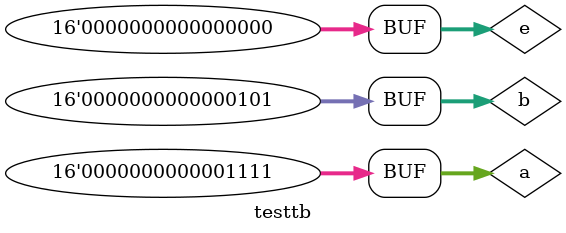
<source format=v>
`include"brute.v"

module testtb;

reg [15:0]a,e,b;
//wire [7:0] out1,out3,out5,out6,out7;
//wire [7:0] outt1,outt3,outt4,outt5,outt6,outt7;
//wire [31:0]c;
wire [15:0]d,c;

divisions mod22(e,b,a,c,d);

initial 
begin

a=16'b1111;
b=16'b0101;
e=16'b00;
end


initial
$monitor("%b   %b",c,d);

endmodule
</source>
